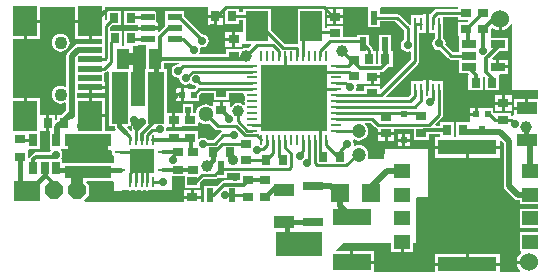
<source format=gtl>
%FSLAX25Y25*%
%MOIN*%
G70*
G01*
G75*
G04 Layer_Physical_Order=1*
G04 Layer_Color=255*
%ADD10R,0.07874X0.01969*%
%ADD11R,0.07874X0.09843*%
%ADD12R,0.03543X0.02756*%
%ADD13R,0.01969X0.02362*%
%ADD14R,0.05906X0.05906*%
%ADD15R,0.06693X0.04331*%
%ADD16R,0.03543X0.03150*%
%ADD17R,0.04331X0.06693*%
%ADD18R,0.02362X0.04528*%
%ADD19O,0.00984X0.03543*%
%ADD20O,0.03543X0.00984*%
%ADD21R,0.22441X0.22441*%
%ADD22R,0.07480X0.10236*%
%ADD23R,0.02559X0.04331*%
%ADD24R,0.04724X0.02362*%
%ADD25R,0.06693X0.03150*%
%ADD26R,0.03150X0.03543*%
%ADD27R,0.00984X0.04331*%
%ADD28R,0.08071X0.08071*%
%ADD29O,0.00787X0.03543*%
%ADD30O,0.03543X0.00787*%
%ADD31R,0.05315X0.04724*%
%ADD32R,0.19685X0.04724*%
%ADD33R,0.01969X0.01969*%
%ADD34R,0.12992X0.05512*%
%ADD35R,0.05118X0.02756*%
%ADD36R,0.05709X0.17323*%
%ADD37C,0.00984*%
%ADD38C,0.01181*%
%ADD39C,0.01969*%
%ADD40C,0.01575*%
%ADD41C,0.03937*%
%ADD42R,0.13780X0.06496*%
%ADD43R,0.15748X0.07874*%
%ADD44C,0.05118*%
%ADD45R,0.09055X0.07087*%
%ADD46C,0.04724*%
%ADD47P,0.06392X8X112.5*%
%ADD48C,0.06000*%
%ADD49C,0.04331*%
%ADD50C,0.02756*%
%ADD51C,0.01969*%
%ADD52C,0.03543*%
%ADD53C,0.03937*%
G36*
X45374Y-14075D02*
X45374D01*
Y-21752D01*
X45079D01*
Y-34154D01*
X40157D01*
Y-22555D01*
X40862D01*
Y-18709D01*
X37697D01*
Y-17709D01*
X40862D01*
Y-14075D01*
X42717D01*
Y-13780D01*
X42717D01*
X42717Y-13780D01*
X42717Y-13780D01*
X45374D01*
Y-14075D01*
D02*
G37*
G36*
X149409Y-5315D02*
X152576D01*
X152768Y-5777D01*
X152442Y-6102D01*
X149409D01*
Y-10827D01*
X149705D01*
Y-11319D01*
X149705D01*
Y-15650D01*
Y-15920D01*
X147489D01*
X145061Y-13492D01*
X145121Y-13189D01*
X144953Y-12344D01*
X144474Y-11628D01*
X144218Y-11456D01*
Y-6594D01*
X144193Y-6469D01*
Y-4257D01*
X149409D01*
Y-5315D01*
D02*
G37*
G36*
X21736Y-5307D02*
X26673D01*
Y-5807D01*
X27173D01*
Y-11728D01*
X30721D01*
Y-13484D01*
X26848D01*
X26673Y-13450D01*
X22674D01*
X22500Y-13484D01*
X21949D01*
Y-13610D01*
X21397Y-13979D01*
X19294Y-16082D01*
X18902Y-16668D01*
X18765Y-17359D01*
Y-27418D01*
X18320Y-27637D01*
X17602Y-27340D01*
X16831Y-27238D01*
X16060Y-27340D01*
X15342Y-27637D01*
X14725Y-28111D01*
X14252Y-28727D01*
X13954Y-29446D01*
X13852Y-30217D01*
X13954Y-30987D01*
X14252Y-31706D01*
X14725Y-32322D01*
X15342Y-32796D01*
X16060Y-33093D01*
X16831Y-33195D01*
X17602Y-33093D01*
X18320Y-32796D01*
X18765Y-33015D01*
Y-35249D01*
X18616Y-35348D01*
X18137Y-36065D01*
X18129Y-36108D01*
X17068Y-37168D01*
X15628D01*
Y-38319D01*
X15212Y-38597D01*
X15053Y-38531D01*
Y-36956D01*
X12978D01*
Y-39727D01*
Y-42499D01*
X13189D01*
Y-48327D01*
X13272D01*
X13508Y-48768D01*
X13118Y-49352D01*
X13092Y-49481D01*
X8563D01*
X8025Y-49588D01*
X7570Y-49892D01*
X6782Y-50680D01*
X6478Y-51136D01*
X6419Y-51431D01*
X5921Y-51382D01*
Y-48705D01*
X5921D01*
Y-48680D01*
X6275Y-48327D01*
X9843D01*
Y-43224D01*
X9957D01*
Y-42499D01*
X11978D01*
Y-39727D01*
Y-36956D01*
X9957D01*
Y-31382D01*
X5520D01*
Y-37303D01*
X4520D01*
Y-31382D01*
X1345D01*
X992Y-31028D01*
X1050Y-11728D01*
X4520D01*
Y-5807D01*
X5020D01*
Y-5307D01*
X9957D01*
Y-984D01*
X21736D01*
Y-5307D01*
D02*
G37*
G36*
X22153Y-48441D02*
X26000D01*
D01*
X26000D01*
X26067Y-48508D01*
Y-48539D01*
X29913D01*
Y-45374D01*
X30913D01*
Y-48539D01*
X33693D01*
X34010Y-48926D01*
X33914Y-49409D01*
X34022Y-49953D01*
X34330Y-50414D01*
X34752Y-50696D01*
X34750Y-53051D01*
X34547D01*
Y-53051D01*
X26280D01*
Y-53051D01*
X25886D01*
X25787Y-52953D01*
Y-52953D01*
X17520D01*
D01*
X17520D01*
X17323Y-52756D01*
Y-51870D01*
X17174D01*
X16938Y-51429D01*
X17197Y-51042D01*
X17365Y-50197D01*
X17197Y-49352D01*
X16807Y-48768D01*
X16982Y-48441D01*
X17307D01*
Y-48441D01*
X21154D01*
Y-45276D01*
X22153D01*
Y-48441D01*
D02*
G37*
G36*
X95866Y-1476D02*
X95866D01*
Y-12947D01*
X95480Y-13264D01*
X95472Y-13262D01*
X91547D01*
X86811Y-8526D01*
Y-1476D01*
X86811D01*
Y-1338D01*
X87165Y-984D01*
X95866D01*
Y-1476D01*
D02*
G37*
G36*
X32874Y-22577D02*
Y-40650D01*
X34317D01*
X34812Y-40748D01*
X34914Y-41260D01*
X34934Y-41363D01*
X35205Y-41768D01*
X34969Y-42209D01*
X31610D01*
Y-37803D01*
X26673D01*
Y-37303D01*
X26173D01*
Y-31382D01*
X22377D01*
Y-29839D01*
X26173D01*
Y-27854D01*
X26673D01*
Y-27354D01*
X31610D01*
Y-25870D01*
X31398D01*
Y-23327D01*
Y-22860D01*
X31814Y-22777D01*
X31897Y-22760D01*
X32320Y-22478D01*
X32412Y-22386D01*
X32874Y-22577D01*
D02*
G37*
G36*
X45079Y-40037D02*
X43600Y-41515D01*
X43122Y-41370D01*
X43036Y-40938D01*
X42753Y-40514D01*
X42330Y-40232D01*
X41831Y-40132D01*
X41331Y-40232D01*
X40908Y-40514D01*
X40626Y-40938D01*
X40526Y-41437D01*
Y-42209D01*
X39891D01*
X39869Y-42102D01*
X39521Y-41581D01*
X39052Y-41111D01*
X39243Y-40650D01*
X40157D01*
Y-38287D01*
X45079D01*
Y-40037D01*
D02*
G37*
G36*
X56426Y-20076D02*
X56004Y-20135D01*
X56004D01*
X55159Y-20303D01*
X54443Y-20781D01*
X53964Y-21498D01*
X53796Y-22343D01*
X53964Y-23187D01*
X54443Y-23904D01*
X55159Y-24382D01*
X56004Y-24550D01*
X56086Y-24534D01*
X56355Y-24803D01*
X56523Y-25648D01*
X57002Y-26364D01*
X57718Y-26843D01*
X58563Y-27011D01*
X59408Y-26843D01*
X59917Y-26503D01*
X60407Y-26600D01*
X60447Y-26660D01*
X61163Y-27138D01*
X61802Y-27265D01*
X61947Y-27744D01*
X61344Y-28346D01*
X59621D01*
X59621Y-28346D01*
Y-28346D01*
X59449Y-28346D01*
X59268Y-28134D01*
X59095Y-28134D01*
X59095Y-28134D01*
Y-28134D01*
X57784D01*
Y-30315D01*
Y-32496D01*
X59095D01*
X59095Y-32496D01*
Y-32496D01*
X59268Y-32496D01*
X59449Y-32283D01*
X59621Y-32283D01*
X59621Y-32283D01*
Y-32283D01*
X62992D01*
Y-30388D01*
X63631Y-29750D01*
X67815D01*
Y-32087D01*
X72933D01*
Y-29750D01*
X77764D01*
X78081Y-30136D01*
X78026Y-30413D01*
X78125Y-30913D01*
X78408Y-31336D01*
Y-31459D01*
X78125Y-31883D01*
X78026Y-32382D01*
X78125Y-32881D01*
X78341Y-33204D01*
X78142Y-33663D01*
X77771Y-33724D01*
X77374Y-33419D01*
X76704Y-33142D01*
X75984Y-33047D01*
X75265Y-33142D01*
X74594Y-33419D01*
X74019Y-33861D01*
X73619Y-34382D01*
X73146Y-34221D01*
Y-32661D01*
X70874D01*
Y-35236D01*
X69874D01*
Y-32661D01*
X67602D01*
Y-33904D01*
X67154Y-34125D01*
X66845Y-33888D01*
X66031Y-33551D01*
X65158Y-33436D01*
X64284Y-33551D01*
X63470Y-33888D01*
X62771Y-34424D01*
X62234Y-35123D01*
X61897Y-35937D01*
X61821Y-36516D01*
X61024D01*
Y-33465D01*
X57480D01*
Y-36303D01*
X57299D01*
Y-36303D01*
X55028D01*
Y-38681D01*
Y-41059D01*
X57299D01*
Y-40846D01*
X57382D01*
Y-40846D01*
X62500D01*
Y-39555D01*
X62949Y-39334D01*
X63470Y-39734D01*
X64284Y-40071D01*
X65158Y-40186D01*
X66031Y-40071D01*
X66414Y-39913D01*
X68270Y-41769D01*
X68694Y-42052D01*
X69193Y-42151D01*
X70365D01*
X70511Y-42630D01*
X70423Y-42688D01*
X70140Y-42877D01*
X67668Y-45349D01*
X65938D01*
X65833Y-45191D01*
X65117Y-44712D01*
X64272Y-44544D01*
X63427Y-44712D01*
X62941Y-45037D01*
X62500Y-44801D01*
Y-42421D01*
X57382D01*
Y-42421D01*
X57168Y-42421D01*
X57087Y-42421D01*
Y-42421D01*
X57087D01*
X57087D01*
X52378D01*
X52061Y-42035D01*
X52101Y-41831D01*
X52025Y-41446D01*
X52342Y-41059D01*
X54027D01*
Y-38681D01*
Y-36303D01*
X52362D01*
Y-21752D01*
X51279D01*
Y-19614D01*
X56235D01*
X56426Y-20076D01*
D02*
G37*
G36*
X121715Y-41178D02*
X122139Y-41461D01*
X122221Y-41478D01*
X122524Y-41538D01*
Y-42610D01*
X128067D01*
Y-41561D01*
X134547D01*
Y-45374D01*
X139665D01*
Y-43433D01*
X143209D01*
Y-44472D01*
X141520D01*
Y-47335D01*
X163205D01*
Y-45842D01*
X163667Y-45650D01*
X164532Y-46516D01*
Y-60532D01*
X164670Y-61223D01*
X165061Y-61809D01*
X168113Y-64860D01*
X168699Y-65251D01*
X169390Y-65389D01*
X169783D01*
Y-66732D01*
X175947D01*
X175950Y-67953D01*
X175596Y-68307D01*
X169783D01*
Y-74606D01*
X175960D01*
X175962Y-75827D01*
X175609Y-76181D01*
X169783D01*
Y-82480D01*
X170232D01*
X170393Y-82954D01*
X169982Y-83269D01*
X169341Y-84105D01*
X168938Y-85078D01*
X168866Y-85622D01*
X172835D01*
Y-86622D01*
X168866D01*
X168938Y-87166D01*
X169341Y-88139D01*
X169982Y-88975D01*
X170008Y-88995D01*
X169847Y-89468D01*
X163205D01*
Y-87311D01*
X141520D01*
Y-89468D01*
X121374D01*
Y-86622D01*
X113878D01*
Y-86122D01*
X113378D01*
Y-82366D01*
X108937D01*
X108745Y-81904D01*
X111122Y-79528D01*
X127051D01*
Y-82693D01*
X130209D01*
Y-79331D01*
X131209D01*
Y-82693D01*
X134366D01*
Y-79528D01*
X135138D01*
Y-64728D01*
X135495Y-64378D01*
X139370Y-64468D01*
X139272Y-48425D01*
X124803D01*
X124705Y-51673D01*
X119504Y-51631D01*
X119228Y-51214D01*
X119309Y-51019D01*
X119417Y-50197D01*
X119309Y-49375D01*
X118991Y-48608D01*
X118486Y-47951D01*
X117829Y-47446D01*
X117062Y-47128D01*
X116240Y-47020D01*
X115418Y-47128D01*
X114795Y-47386D01*
X114409Y-47069D01*
X114511Y-46555D01*
X114343Y-45710D01*
X114249Y-45569D01*
X114404Y-45368D01*
X114561Y-45176D01*
X115320Y-45490D01*
X116142Y-45598D01*
X116964Y-45490D01*
X117730Y-45172D01*
X118388Y-44668D01*
X118893Y-44010D01*
X119210Y-43244D01*
X119318Y-42421D01*
X119210Y-41599D01*
X118893Y-40833D01*
X118388Y-40175D01*
X118245Y-40066D01*
X118406Y-39592D01*
X120129D01*
X121715Y-41178D01*
D02*
G37*
G36*
X119291Y-1476D02*
X119291D01*
Y-7579D01*
X123228D01*
Y-5832D01*
X128298D01*
X131176Y-8710D01*
Y-11949D01*
X130919Y-12120D01*
X130441Y-12836D01*
X130272Y-13681D01*
X130441Y-14526D01*
X130919Y-15242D01*
X131635Y-15721D01*
X132480Y-15889D01*
X133325Y-15721D01*
X133735Y-15940D01*
Y-18456D01*
X123690Y-28500D01*
X123228Y-28309D01*
Y-27362D01*
X118110D01*
Y-29109D01*
X115645D01*
X115426Y-28699D01*
X115594Y-27854D01*
X115439Y-27075D01*
X115756Y-26689D01*
X117437D01*
Y-26689D01*
X117799D01*
X117898Y-26787D01*
Y-26787D01*
X120169D01*
Y-24213D01*
X120669D01*
Y-23713D01*
X123441D01*
Y-22763D01*
X123652D01*
X124189Y-22656D01*
X124645Y-22352D01*
X126032Y-20965D01*
X127461D01*
Y-15846D01*
X126969D01*
Y-10335D01*
X123031D01*
Y-15846D01*
X122736D01*
Y-19953D01*
X121949D01*
Y-15846D01*
X120891D01*
Y-15453D01*
X120792Y-14954D01*
X120698Y-14813D01*
X120509Y-14530D01*
X119488Y-13509D01*
Y-10335D01*
X115551D01*
Y-11097D01*
X110827D01*
Y-7382D01*
X105709D01*
Y-7947D01*
X104921D01*
Y-1476D01*
X104921D01*
Y-1338D01*
X105275Y-984D01*
X119291D01*
Y-1476D01*
D02*
G37*
G36*
X76772Y-56398D02*
X76772D01*
Y-58831D01*
X71381D01*
X70843Y-58938D01*
X70388Y-59243D01*
X68884Y-60747D01*
X68602Y-60630D01*
Y-60630D01*
X68602Y-60630D01*
X64665D01*
Y-65945D01*
X63500D01*
Y-64969D01*
X57957D01*
Y-65945D01*
X24866D01*
X24675Y-65483D01*
X26181Y-63976D01*
Y-60236D01*
X25265Y-59320D01*
X25456Y-58858D01*
X25787D01*
Y-58858D01*
X26181D01*
X26280Y-58957D01*
Y-58957D01*
X34391D01*
X34745Y-59310D01*
X34744Y-60039D01*
X34547Y-62205D01*
X39494Y-62175D01*
X39862Y-62248D01*
X40254Y-62170D01*
X41404Y-62163D01*
X41831Y-62248D01*
X42284Y-62157D01*
X43314Y-62151D01*
X43799Y-62248D01*
X44315Y-62145D01*
X45224Y-62140D01*
X45768Y-62248D01*
X46312Y-62140D01*
X46340Y-62120D01*
X53839Y-61992D01*
Y-57480D01*
X58169D01*
Y-61319D01*
X63287D01*
Y-59478D01*
X64470Y-58295D01*
X68206D01*
X68622Y-58213D01*
X68705Y-58196D01*
X69129Y-57913D01*
X69168Y-57874D01*
X72342D01*
Y-56226D01*
X76772D01*
Y-56398D01*
D02*
G37*
G36*
X77756Y-1476D02*
X77756D01*
Y-2829D01*
X76279D01*
Y-1575D01*
X71555D01*
Y-6693D01*
X76279D01*
Y-5438D01*
X77756D01*
Y-9236D01*
X77280D01*
Y-9236D01*
X75008D01*
Y-11811D01*
Y-14386D01*
X77280D01*
Y-13287D01*
X77756D01*
Y-13287D01*
X80179D01*
X80370Y-13749D01*
X79348Y-14772D01*
X79263Y-14736D01*
X78543Y-14642D01*
X77824Y-14736D01*
X77153Y-15014D01*
X77067Y-14971D01*
Y-14961D01*
X71949D01*
Y-16804D01*
X63222D01*
X62987Y-16363D01*
X63162Y-16101D01*
X63330Y-15256D01*
X63237Y-14788D01*
X63590Y-14434D01*
X63976Y-14511D01*
X64821Y-14343D01*
X65538Y-13864D01*
X66016Y-13148D01*
X66184Y-12303D01*
X66016Y-11458D01*
X65538Y-10742D01*
X64821Y-10263D01*
X63976Y-10095D01*
X63884Y-10114D01*
X58071Y-4301D01*
Y-2362D01*
X51772D01*
Y-6299D01*
Y-7235D01*
X51566Y-7373D01*
X49690Y-9248D01*
X49228Y-9057D01*
Y-8571D01*
X42504D01*
Y-8957D01*
X37992D01*
Y-13862D01*
X37205D01*
Y-8957D01*
X33330D01*
Y-7787D01*
X34030Y-7087D01*
X37106D01*
Y-1969D01*
X32382D01*
Y-5033D01*
X31966Y-5311D01*
X31610Y-5163D01*
Y-984D01*
X65831D01*
Y-1362D01*
X65831D01*
Y-3634D01*
X70980D01*
Y-1362D01*
X70980D01*
Y-1338D01*
X71334Y-984D01*
X77756D01*
Y-1476D01*
D02*
G37*
G36*
X149409Y-1648D02*
X142224D01*
X141725Y-1747D01*
X141585Y-1841D01*
X141302Y-2030D01*
X140022Y-3310D01*
X139943Y-3429D01*
X139476D01*
Y-6594D01*
Y-9760D01*
X140469D01*
Y-9547D01*
X141609D01*
Y-11456D01*
X141352Y-11628D01*
X140874Y-12344D01*
X140706Y-13189D01*
X140874Y-14034D01*
X141352Y-14750D01*
X142069Y-15229D01*
X142913Y-15397D01*
X143216Y-15337D01*
X146026Y-18147D01*
X146450Y-18430D01*
X146532Y-18446D01*
X146949Y-18529D01*
X149705D01*
Y-19390D01*
Y-23130D01*
X152550D01*
X152828Y-23546D01*
X152756Y-23720D01*
X152756D01*
X152756Y-23720D01*
Y-28839D01*
X157480D01*
Y-24192D01*
X157942Y-24001D01*
X158268Y-24327D01*
Y-28839D01*
X162992D01*
Y-23720D01*
X162992D01*
Y-23696D01*
X163346Y-23343D01*
X166059D01*
Y-21465D01*
X162500D01*
Y-20965D01*
X162000D01*
Y-18587D01*
X160802D01*
X160611Y-18125D01*
X163086Y-15650D01*
X165847D01*
Y-11319D01*
X160350D01*
Y-11319D01*
Y-11039D01*
X160350Y-10965D01*
X160350Y-10965D01*
X160350D01*
Y-8275D01*
X160799Y-8054D01*
X161270Y-8415D01*
X162243Y-8818D01*
X162787Y-8890D01*
Y-4921D01*
X163787D01*
Y-8890D01*
X164332Y-8818D01*
X165305Y-8415D01*
X166140Y-7774D01*
X166781Y-6938D01*
X166911Y-6627D01*
X167401Y-6725D01*
X167323Y-28543D01*
X175886D01*
X175890Y-31225D01*
X175537Y-31579D01*
X172646D01*
Y-34744D01*
X172146D01*
Y-35244D01*
X167799D01*
Y-37057D01*
X167413Y-37374D01*
X167346Y-37361D01*
X166929Y-37278D01*
X166929D01*
Y-36220D01*
X161811D01*
Y-36281D01*
X161349Y-36473D01*
X161024Y-36147D01*
Y-34744D01*
X157653D01*
X157653Y-34744D01*
Y-34744D01*
X157480Y-34744D01*
X157299Y-34532D01*
X157127Y-34532D01*
X157127Y-34532D01*
Y-34532D01*
X155815D01*
Y-36713D01*
X155315D01*
Y-37213D01*
X153331D01*
Y-38894D01*
X153331D01*
Y-39017D01*
X152977Y-39370D01*
X148721D01*
Y-44472D01*
X147933D01*
Y-39370D01*
X143209D01*
Y-40623D01*
X141797D01*
X141606Y-40161D01*
X143836Y-37930D01*
X144119Y-37507D01*
X144135Y-37424D01*
X144218Y-37008D01*
Y-28642D01*
X144193Y-28516D01*
Y-25689D01*
X140469D01*
Y-25476D01*
X139476D01*
Y-28642D01*
X138476D01*
Y-25476D01*
X137484D01*
Y-25689D01*
X133760D01*
Y-28516D01*
X133735Y-28642D01*
Y-30063D01*
X132720Y-31077D01*
X125456D01*
X125265Y-30615D01*
X135962Y-19918D01*
X136245Y-19495D01*
X136344Y-18996D01*
Y-9547D01*
X137484D01*
Y-9760D01*
X138476D01*
Y-6594D01*
Y-3429D01*
X137484D01*
Y-3642D01*
X133760D01*
Y-6469D01*
X133735Y-6594D01*
Y-6926D01*
X133273Y-7117D01*
X129761Y-3605D01*
X129338Y-3322D01*
X129255Y-3306D01*
X128839Y-3223D01*
X123228D01*
Y-1476D01*
X123228D01*
Y-1338D01*
X123582Y-984D01*
X149409D01*
Y-1648D01*
D02*
G37*
%LPC*%
G36*
X133185Y-43488D02*
X131701D01*
Y-44972D01*
X133185D01*
Y-43488D01*
D02*
G37*
G36*
X130701D02*
X129217D01*
Y-44972D01*
X130701D01*
Y-43488D01*
D02*
G37*
G36*
X163205Y-83449D02*
X152862D01*
Y-86311D01*
X163205D01*
Y-83449D01*
D02*
G37*
G36*
X151862D02*
X141520D01*
Y-86311D01*
X151862D01*
Y-83449D01*
D02*
G37*
G36*
X31610Y-31382D02*
X27173D01*
Y-36803D01*
X31610D01*
Y-31382D01*
D02*
G37*
G36*
X154815Y-34532D02*
X153331D01*
Y-36213D01*
X154815D01*
Y-34532D01*
D02*
G37*
G36*
X163870Y-33571D02*
X161598D01*
Y-35646D01*
X163870D01*
Y-33571D01*
D02*
G37*
G36*
X121374Y-82366D02*
X114378D01*
Y-85622D01*
X121374D01*
Y-82366D01*
D02*
G37*
G36*
X151862Y-48335D02*
X141520D01*
Y-51197D01*
X151862D01*
Y-48335D01*
D02*
G37*
G36*
X133185Y-45972D02*
X131701D01*
Y-47457D01*
X133185D01*
Y-45972D01*
D02*
G37*
G36*
X163205Y-48335D02*
X152862D01*
Y-51197D01*
X163205D01*
Y-48335D01*
D02*
G37*
G36*
X130701Y-45972D02*
X129217D01*
Y-47457D01*
X130701D01*
Y-45972D01*
D02*
G37*
G36*
X128067Y-43610D02*
X125795D01*
Y-45685D01*
X128067D01*
Y-43610D01*
D02*
G37*
G36*
X60228Y-61894D02*
X57957D01*
Y-63968D01*
X60228D01*
Y-61894D01*
D02*
G37*
G36*
X124795Y-43610D02*
X122524D01*
Y-45685D01*
X124795D01*
Y-43610D01*
D02*
G37*
G36*
X63500Y-61894D02*
X61228D01*
Y-63968D01*
X63500D01*
Y-61894D01*
D02*
G37*
G36*
X42618Y-1969D02*
X37894D01*
Y-7087D01*
X42504D01*
Y-7571D01*
X49228D01*
Y-5890D01*
X49016D01*
Y-2362D01*
X42717D01*
D01*
X42717D01*
X42618Y-2264D01*
Y-1969D01*
D02*
G37*
G36*
X67905Y-4634D02*
X65831D01*
Y-6905D01*
X67905D01*
Y-4634D01*
D02*
G37*
G36*
X74008Y-9236D02*
X71736D01*
Y-11311D01*
X74008D01*
Y-9236D01*
D02*
G37*
G36*
X9957Y-6307D02*
X5520D01*
Y-11728D01*
X9957D01*
Y-6307D01*
D02*
G37*
G36*
X26173D02*
X21736D01*
Y-11728D01*
X26173D01*
Y-6307D01*
D02*
G37*
G36*
X107768Y-1657D02*
X105496D01*
Y-3732D01*
X107768D01*
Y-1657D01*
D02*
G37*
G36*
X111039D02*
X108768D01*
Y-3732D01*
X111039D01*
Y-1657D01*
D02*
G37*
G36*
Y-4732D02*
X108768D01*
Y-6807D01*
X111039D01*
Y-4732D01*
D02*
G37*
G36*
X70980Y-4634D02*
X68906D01*
Y-6905D01*
X70980D01*
Y-4634D01*
D02*
G37*
G36*
X107768Y-4732D02*
X105496D01*
Y-6807D01*
X107768D01*
Y-4732D01*
D02*
G37*
G36*
X74008Y-12311D02*
X71736D01*
Y-14386D01*
X74008D01*
Y-12311D01*
D02*
G37*
G36*
X167142Y-30496D02*
X164870D01*
Y-32571D01*
X167142D01*
Y-30496D01*
D02*
G37*
G36*
X56783Y-30815D02*
X55299D01*
Y-32496D01*
X56783D01*
Y-30815D01*
D02*
G37*
G36*
X163870Y-30496D02*
X161598D01*
Y-32571D01*
X163870D01*
Y-30496D01*
D02*
G37*
G36*
X167142Y-33571D02*
X164870D01*
Y-35646D01*
X167142D01*
Y-33571D01*
D02*
G37*
G36*
X171646Y-31579D02*
X167799D01*
Y-34244D01*
X171646D01*
Y-31579D01*
D02*
G37*
G36*
X166059Y-18587D02*
X163000D01*
Y-20465D01*
X166059D01*
Y-18587D01*
D02*
G37*
G36*
X16831Y-9916D02*
X16060Y-10017D01*
X15342Y-10315D01*
X14725Y-10788D01*
X14252Y-11405D01*
X13954Y-12123D01*
X13852Y-12894D01*
X13954Y-13665D01*
X14252Y-14383D01*
X14725Y-15000D01*
X15342Y-15473D01*
X16060Y-15770D01*
X16831Y-15872D01*
X17602Y-15770D01*
X18320Y-15473D01*
X18937Y-15000D01*
X19410Y-14383D01*
X19707Y-13665D01*
X19809Y-12894D01*
X19707Y-12123D01*
X19410Y-11405D01*
X18937Y-10788D01*
X18320Y-10315D01*
X17602Y-10017D01*
X16831Y-9916D01*
D02*
G37*
G36*
X123441Y-24713D02*
X121169D01*
Y-26787D01*
X123441D01*
Y-24713D01*
D02*
G37*
G36*
X31610Y-28354D02*
X27173D01*
Y-29839D01*
X31610D01*
Y-28354D01*
D02*
G37*
G36*
X56783Y-28134D02*
X55299D01*
Y-29815D01*
X56783D01*
Y-28134D01*
D02*
G37*
%LPD*%
D10*
X26673Y-15256D02*
D03*
Y-27854D02*
D03*
Y-18406D02*
D03*
Y-24705D02*
D03*
Y-21555D02*
D03*
D11*
X5020Y-37303D02*
D03*
X26673Y-5807D02*
D03*
Y-37303D02*
D03*
X5020Y-5807D02*
D03*
D12*
X54527Y-38681D02*
D03*
Y-44587D02*
D03*
X55807Y-55315D02*
D03*
Y-49409D02*
D03*
X59941Y-44587D02*
D03*
Y-38681D02*
D03*
X60925Y-49409D02*
D03*
Y-55315D02*
D03*
X3150Y-51083D02*
D03*
Y-45177D02*
D03*
D13*
X61221Y-30315D02*
D03*
X57284D02*
D03*
X59252Y-35433D02*
D03*
X159252Y-36713D02*
D03*
X155315D02*
D03*
X157283Y-41831D02*
D03*
D14*
X109941Y-62992D02*
D03*
X120374D02*
D03*
D15*
X172146Y-34744D02*
D03*
Y-45374D02*
D03*
X21654Y-45276D02*
D03*
Y-55905D02*
D03*
X30413Y-45374D02*
D03*
Y-56004D02*
D03*
X91437Y-62008D02*
D03*
Y-72638D02*
D03*
D16*
X60728Y-64468D02*
D03*
Y-58957D02*
D03*
X79331Y-58760D02*
D03*
Y-64272D02*
D03*
X84842Y-58760D02*
D03*
Y-64272D02*
D03*
X78543Y-46555D02*
D03*
Y-52067D02*
D03*
X114665Y-24114D02*
D03*
Y-18602D02*
D03*
X120669Y-24213D02*
D03*
Y-29724D02*
D03*
X108268Y-9744D02*
D03*
Y-4232D02*
D03*
X125295Y-43110D02*
D03*
Y-37598D02*
D03*
X137106Y-43012D02*
D03*
Y-37500D02*
D03*
X157579Y-8465D02*
D03*
Y-2953D02*
D03*
X151969Y-2953D02*
D03*
Y-8465D02*
D03*
X74508Y-17323D02*
D03*
Y-11811D02*
D03*
X70374Y-35236D02*
D03*
Y-29724D02*
D03*
X164370Y-38583D02*
D03*
Y-33071D02*
D03*
D17*
X37697Y-18209D02*
D03*
X48327D02*
D03*
D18*
X66634Y-63681D02*
D03*
X74114D02*
D03*
X70374Y-54823D02*
D03*
X121260Y-4528D02*
D03*
X125000Y-13386D02*
D03*
X117520D02*
D03*
D19*
X105413Y-17421D02*
D03*
X103445D02*
D03*
X101476D02*
D03*
X99508D02*
D03*
X97539D02*
D03*
X95571D02*
D03*
X93602D02*
D03*
X91634D02*
D03*
X89665D02*
D03*
X87697D02*
D03*
X85728D02*
D03*
X83760D02*
D03*
Y-45374D02*
D03*
X85728D02*
D03*
X87697D02*
D03*
X89665D02*
D03*
X91634D02*
D03*
X93602D02*
D03*
X95571D02*
D03*
X97539D02*
D03*
X99508D02*
D03*
X101476D02*
D03*
X103445D02*
D03*
X105413D02*
D03*
D20*
X80610Y-20571D02*
D03*
Y-22539D02*
D03*
Y-24508D02*
D03*
Y-26476D02*
D03*
Y-28445D02*
D03*
Y-30413D02*
D03*
Y-32382D02*
D03*
Y-34350D02*
D03*
Y-36319D02*
D03*
Y-38287D02*
D03*
Y-40256D02*
D03*
Y-42224D02*
D03*
X108563D02*
D03*
Y-40256D02*
D03*
Y-38287D02*
D03*
Y-36319D02*
D03*
Y-34350D02*
D03*
Y-32382D02*
D03*
Y-30413D02*
D03*
Y-28445D02*
D03*
Y-26476D02*
D03*
Y-24508D02*
D03*
Y-22539D02*
D03*
Y-20571D02*
D03*
D21*
X94587Y-31398D02*
D03*
D22*
X100394Y-7382D02*
D03*
X82284D02*
D03*
D23*
X7776Y-45374D02*
D03*
X15256D02*
D03*
Y-54823D02*
D03*
X11516D02*
D03*
X7776D02*
D03*
D24*
X45866Y-4331D02*
D03*
Y-8071D02*
D03*
Y-11811D02*
D03*
X54921D02*
D03*
Y-8071D02*
D03*
Y-4331D02*
D03*
D25*
X100787Y-72835D02*
D03*
Y-60630D02*
D03*
D26*
X125098Y-18406D02*
D03*
X119587D02*
D03*
X34843Y-11516D02*
D03*
X40354D02*
D03*
X104429Y-50984D02*
D03*
X109941D02*
D03*
X68405Y-4134D02*
D03*
X73917D02*
D03*
X12478Y-39727D02*
D03*
X17990D02*
D03*
X40256Y-4528D02*
D03*
X34744D02*
D03*
X67618Y-49508D02*
D03*
X73130D02*
D03*
X151083Y-41929D02*
D03*
X145571D02*
D03*
X160630Y-26280D02*
D03*
X155118D02*
D03*
X90847Y-52067D02*
D03*
X85335D02*
D03*
D27*
X142913Y-6594D02*
D03*
X140945D02*
D03*
X138976D02*
D03*
X137008D02*
D03*
X135039D02*
D03*
Y-28642D02*
D03*
X137008D02*
D03*
X138976D02*
D03*
X140945D02*
D03*
X142913D02*
D03*
D28*
X43799Y-52362D02*
D03*
D29*
X39862Y-45276D02*
D03*
X41831D02*
D03*
X43799D02*
D03*
X45768D02*
D03*
X47736D02*
D03*
Y-59449D02*
D03*
X45768D02*
D03*
X43799D02*
D03*
X41831D02*
D03*
X39862D02*
D03*
D30*
X50886Y-49409D02*
D03*
Y-55315D02*
D03*
X36713D02*
D03*
Y-49409D02*
D03*
D31*
X130709Y-79331D02*
D03*
Y-71457D02*
D03*
Y-63583D02*
D03*
Y-55709D02*
D03*
X173228D02*
D03*
Y-63583D02*
D03*
Y-71457D02*
D03*
Y-79331D02*
D03*
D32*
X152362Y-47835D02*
D03*
Y-86811D02*
D03*
D33*
X131201Y-45472D02*
D03*
Y-36811D02*
D03*
D34*
X113878Y-71161D02*
D03*
Y-86122D02*
D03*
D35*
X153051Y-13484D02*
D03*
Y-17224D02*
D03*
Y-20965D02*
D03*
X162500D02*
D03*
Y-13484D02*
D03*
D36*
X36516Y-31201D02*
D03*
X48720D02*
D03*
D37*
X71063Y-43799D02*
X74606D01*
X68209Y-46654D02*
X71063Y-43799D01*
X64370Y-46654D02*
X68209D01*
X64272Y-46752D02*
X64370Y-46654D01*
X69193Y-40846D02*
X75369D01*
X78321Y-43799D02*
X82185D01*
X75369Y-40846D02*
X78321Y-43799D01*
X65158Y-36811D02*
X69193Y-40846D01*
X62008Y-25098D02*
X63386Y-26476D01*
X80610D01*
X63090Y-28445D02*
X80610D01*
X61221Y-30315D02*
X63090Y-28445D01*
X87754Y-13681D02*
X89665Y-15592D01*
X78543Y-17421D02*
X82284Y-13681D01*
X87754D01*
X89665Y-17421D02*
Y-15592D01*
X107633Y-4232D02*
X108268D01*
X104582Y-1181D02*
X107633Y-4232D01*
X71992Y-1181D02*
X104582D01*
X69040Y-4134D02*
X71992Y-1181D01*
X68405Y-4134D02*
X69040D01*
X80020Y-9646D02*
X82284Y-7382D01*
Y-8268D02*
X84707D01*
X91007Y-14567D01*
X112697Y-20571D02*
X114665Y-18602D01*
X114665D01*
X113681D02*
X114665D01*
X110630Y-15551D02*
X113681Y-18602D01*
X106595Y-12402D02*
X116535D01*
X117520Y-13386D01*
X103445Y-15551D02*
X106595Y-12402D01*
X108563Y-32382D02*
X133261D01*
X135039Y-30603D02*
Y-28642D01*
X133261Y-32382D02*
X135039Y-30603D01*
X137008Y-32185D02*
Y-28642D01*
X108563Y-34350D02*
X134843D01*
X137008Y-32185D01*
X120669Y-38287D02*
X122638Y-40256D01*
X108563Y-38287D02*
X120669D01*
X3150Y-45177D02*
X3347Y-45374D01*
X7776D01*
X75984Y-39137D02*
X79072Y-42224D01*
X75984Y-39137D02*
Y-35827D01*
X79072Y-42224D02*
X80610D01*
X87697Y-49705D02*
Y-45374D01*
X82139Y-48290D02*
X84351D01*
X85728Y-46912D01*
Y-45374D01*
X82185Y-43799D02*
X83760Y-45374D01*
X164370Y-38583D02*
X166929D01*
X168209Y-39862D01*
X161614Y-38583D02*
X164370D01*
X159744Y-36713D02*
X161614Y-38583D01*
X159252Y-36713D02*
X159744D01*
X91007Y-14567D02*
X95472D01*
X95571Y-14665D01*
Y-17421D02*
Y-14665D01*
X132480Y-13681D02*
Y-8169D01*
X128839Y-4528D02*
X132480Y-8169D01*
X121260Y-4528D02*
X128839D01*
X146949Y-17224D02*
X152559D01*
X142913Y-13189D02*
X146949Y-17224D01*
X142913Y-13189D02*
Y-6594D01*
X142224Y-2953D02*
X151969D01*
X140945Y-4232D02*
X142224Y-2953D01*
X140945Y-6594D02*
Y-4232D01*
X70473Y-54921D02*
X90748D01*
X70374Y-54823D02*
X70473Y-54921D01*
X50886Y-59449D02*
X51083Y-59252D01*
X47736Y-59449D02*
X50886D01*
X45768Y-54724D02*
X45965Y-54528D01*
X45768Y-59449D02*
Y-54724D01*
X43799Y-52756D02*
X45079Y-54035D01*
X41831Y-54331D02*
X43799Y-52362D01*
Y-52756D02*
Y-52362D01*
Y-56496D02*
Y-52756D01*
Y-52362D02*
X43799Y-52362D01*
X43799Y-56496D02*
X43799Y-56496D01*
Y-59449D02*
Y-56496D01*
X41831Y-59449D02*
Y-54331D01*
X39862Y-56299D02*
X41634Y-54528D01*
X39862Y-59449D02*
Y-56299D01*
X36713Y-49409D02*
X40846D01*
X41634Y-50197D01*
X41831Y-45276D02*
Y-41437D01*
X38386Y-42717D02*
X39862Y-44193D01*
Y-45276D02*
Y-44193D01*
X49696Y-42028D02*
X49893Y-41831D01*
X47441Y-42028D02*
X49696D01*
X45768Y-43701D02*
X47441Y-42028D01*
X45768Y-45276D02*
Y-43701D01*
X117520Y-13386D02*
X119587Y-15453D01*
Y-18406D02*
Y-15453D01*
X135039Y-18996D02*
Y-6594D01*
X123622Y-30413D02*
X135039Y-18996D01*
X99902Y-9252D02*
X108268D01*
X97539Y-11614D02*
X99902Y-9252D01*
X73917Y-4134D02*
X79921D01*
X108563Y-30413D02*
X123622D01*
X103445Y-17421D02*
Y-15551D01*
X97539Y-17421D02*
Y-11614D01*
X139665Y-40256D02*
X142913Y-37008D01*
X122638Y-40256D02*
X139665D01*
X109941Y-48917D02*
X112303Y-46555D01*
X109941Y-50984D02*
Y-48917D01*
X71457Y-63779D02*
X71555Y-63681D01*
X74114D01*
X56004Y-22343D02*
X57776Y-20571D01*
X80610D01*
X58563Y-24803D02*
X60827Y-22539D01*
X80610D01*
X26673Y-37303D02*
Y-27854D01*
X47785Y-37978D02*
Y-37549D01*
X138091Y-17520D02*
X138976Y-18406D01*
Y-28642D02*
Y-18406D01*
X105413Y-47091D02*
X109307Y-50984D01*
X109941D01*
X105413Y-47091D02*
Y-45374D01*
X101476Y-52909D02*
Y-45374D01*
X116240Y-49563D02*
Y-48917D01*
X111964Y-53839D02*
X116240Y-49563D01*
X102406Y-53839D02*
X111964D01*
X101476Y-52909D02*
X102406Y-53839D01*
X138091Y-17520D02*
X138976Y-16634D01*
Y-6594D01*
X135039D02*
X137008D01*
X140945Y-32087D02*
Y-28642D01*
X142913Y-37008D02*
Y-28642D01*
X108563Y-26476D02*
X111872D01*
X112500Y-26969D02*
X113386Y-27854D01*
X112364Y-26969D02*
X112500D01*
X111872Y-26476D02*
X112364Y-26969D01*
X108563Y-22539D02*
X113091D01*
X114665Y-24114D01*
X108563Y-20571D02*
X112697D01*
X97539Y-28445D02*
X98917Y-27067D01*
X94587Y-31398D02*
X97539Y-28445D01*
X108563D01*
X103445Y-51673D02*
Y-45374D01*
Y-51673D02*
X103543Y-51772D01*
X108563Y-42224D02*
X115945D01*
X116142Y-42421D01*
X103445Y-45374D02*
Y-40256D01*
Y-22539D02*
X108563D01*
X98917Y-27067D02*
X103248Y-22736D01*
X103445Y-22539D01*
X91634Y-28445D02*
X94587Y-31398D01*
X91634Y-28445D02*
Y-17421D01*
X80610Y-40256D02*
X85728D01*
X85925Y-40059D01*
X90256Y-35728D01*
X94587Y-31398D01*
X74114Y-63681D02*
X78445D01*
X26673Y-18406D02*
X31485D01*
X32026Y-17865D01*
Y-7246D01*
X31398Y-21555D02*
X33600Y-19353D01*
X26673Y-21555D02*
X31398D01*
X82284Y-8268D02*
Y-7382D01*
X108563Y-36319D02*
X135925D01*
X137106Y-37500D01*
X97539Y-49114D02*
Y-45374D01*
X96560Y-50593D02*
Y-50094D01*
X97539Y-49114D01*
X99508Y-52378D02*
Y-45374D01*
X98974Y-52911D02*
X99508Y-52378D01*
X56256Y-4331D02*
X63976Y-12051D01*
Y-12303D02*
Y-12051D01*
X54921Y-4331D02*
X56256D01*
X53347Y-4035D02*
X54921D01*
X40453Y-4331D02*
X45866D01*
X40256Y-4528D02*
X40453Y-4331D01*
X40650Y-11811D02*
X45866D01*
X40354Y-11516D02*
X40650Y-11811D01*
X32026Y-7246D02*
X34744Y-4528D01*
X33600Y-12758D02*
X34843Y-11516D01*
X33600Y-19353D02*
Y-12758D01*
X57677Y-11811D02*
X61122Y-15256D01*
X54921Y-11811D02*
X55216D01*
X57677D01*
X53347Y-11516D02*
X54921D01*
X55216Y-11811D01*
X91634Y-47977D02*
X93504Y-49847D01*
Y-54287D02*
Y-49847D01*
X92870Y-54921D02*
X93504Y-54287D01*
X90748Y-54921D02*
X92870D01*
X91634Y-47977D02*
Y-45374D01*
X89665Y-50886D02*
X90847Y-52067D01*
X89665Y-50886D02*
Y-45374D01*
X85335Y-52067D02*
X87697Y-49705D01*
X78543Y-52067D02*
X78543Y-52067D01*
X85335D01*
X63930Y-56991D02*
X68206D01*
X70374Y-54823D01*
X61964Y-58957D02*
X63930Y-56991D01*
X60728Y-58957D02*
X61964D01*
X70571Y-46555D02*
X78543D01*
X67815Y-49311D02*
X70571Y-46555D01*
X67815Y-49508D02*
Y-49311D01*
D38*
X70374Y-35236D02*
X72933Y-37795D01*
Y-38386D02*
Y-37795D01*
X49803Y-18209D02*
X78248D01*
X14469Y-50886D02*
X15157Y-50197D01*
X8563Y-50886D02*
X14469D01*
X60138Y-55315D02*
X60138Y-55315D01*
X50886Y-55315D02*
X60138D01*
X11516Y-56890D02*
X14567Y-59941D01*
Y-62106D02*
Y-59941D01*
X7776Y-51673D02*
X8563Y-50886D01*
X7776Y-54823D02*
Y-51673D01*
X152559Y-13484D02*
Y-7972D01*
X157579Y-2953D01*
X152559Y-20965D02*
X155118Y-23524D01*
Y-26280D02*
Y-23524D01*
X77854Y-60236D02*
X79331Y-58760D01*
X71381Y-60236D02*
X77854D01*
X67936Y-63681D02*
X71381Y-60236D01*
X66634Y-63681D02*
X67936D01*
X43799Y-45276D02*
Y-43303D01*
X47785Y-39317D02*
Y-37978D01*
X43799Y-43303D02*
X47785Y-39317D01*
X124990Y-18297D02*
X125000Y-18287D01*
X116637Y-21358D02*
X123652D01*
X125098Y-19912D02*
Y-18406D01*
X123652Y-21358D02*
X125098Y-19912D01*
X114665Y-19387D02*
X116637Y-21358D01*
X114665Y-19387D02*
Y-18602D01*
X137106Y-43012D02*
X138091Y-42028D01*
X145177D01*
X79331Y-58760D02*
X84842D01*
X160630Y-26280D02*
Y-24702D01*
X158760Y-22832D02*
Y-17989D01*
X162500Y-14249D01*
Y-13484D02*
X162992D01*
X158760Y-22832D02*
X160630Y-24702D01*
X162500Y-14249D02*
Y-13484D01*
X50886Y-49409D02*
X55807D01*
X60138Y-49409D02*
Y-45866D01*
X59547Y-45276D02*
X60138Y-45866D01*
X47736Y-45276D02*
X59547D01*
X53647Y-52362D02*
X54137Y-51873D01*
Y-51080D01*
X55807Y-49409D01*
X55807Y-49409D01*
X59252Y-38386D02*
Y-35433D01*
X58957Y-38681D02*
X59252Y-38386D01*
X49803Y-11122D02*
X52559Y-8366D01*
X54921D01*
X49803Y-18209D02*
Y-11122D01*
X45866Y-8071D02*
X49508D01*
X50689Y-6890D01*
X49409Y-5610D02*
X50689Y-6890D01*
X49409Y-5610D02*
Y-2660D01*
X48324Y-1575D02*
X49409Y-2660D01*
X32680Y-1575D02*
X48324D01*
X28448Y-5807D02*
X32680Y-1575D01*
X26673Y-5807D02*
X28448D01*
X157579Y-15551D02*
Y-8465D01*
X161122Y-4921D01*
D39*
X15628Y-41164D02*
X19882Y-36909D01*
X20177D01*
X15628Y-45002D02*
Y-41164D01*
X15256Y-45374D02*
X15628Y-45002D01*
X166339Y-60532D02*
Y-45768D01*
X163189Y-42618D02*
X166339Y-45768D01*
X151279Y-42618D02*
X163189D01*
X118996Y-62402D02*
X125689Y-55709D01*
X20177Y-36909D02*
X20571Y-36516D01*
Y-17359D01*
X166339Y-60532D02*
X169390Y-63583D01*
X173228D01*
X172047Y-45866D02*
X173228Y-47047D01*
Y-55709D02*
Y-47047D01*
X125689Y-55709D02*
X130709D01*
X100787Y-60630D02*
X106791D01*
X108563Y-62402D01*
X22674Y-15256D02*
X26673D01*
X20571Y-17359D02*
X22674Y-15256D01*
X109941Y-67224D02*
Y-62992D01*
Y-67224D02*
X113878Y-71161D01*
X108563Y-62992D02*
Y-62402D01*
D40*
X73425Y-50984D02*
Y-48819D01*
X74114Y-52362D02*
Y-51673D01*
X172047Y-45866D02*
Y-41043D01*
X16142Y-55413D02*
X29823D01*
X30413Y-56004D02*
X31102Y-55315D01*
X36713D01*
X125000Y-18287D02*
Y-13386D01*
X87795Y-61319D02*
X90748D01*
X84842Y-64272D02*
X87795Y-61319D01*
X29823Y-55413D02*
X30413Y-56004D01*
X48720Y-18602D02*
X49803Y-18209D01*
X48720Y-31201D02*
Y-18602D01*
X92224Y-75886D02*
X96260Y-79921D01*
X92224Y-75886D02*
Y-72835D01*
X100787D01*
X96260Y-79921D02*
X96457Y-79724D01*
X36417Y-40748D02*
Y-30906D01*
Y-40748D02*
X38386Y-42717D01*
X73425Y-50984D02*
X74114Y-51673D01*
X74311Y-51870D01*
X65751Y-53940D02*
X67618Y-52073D01*
X3150Y-59744D02*
Y-51083D01*
X8957Y-59744D02*
X11516Y-57185D01*
X3150Y-59744D02*
X8957D01*
X11516Y-57185D02*
Y-56890D01*
Y-54823D01*
X67618Y-52073D02*
Y-49508D01*
D41*
X22736Y-45374D02*
X30413D01*
X22441Y-56299D02*
X22736Y-56004D01*
X22441Y-62106D02*
Y-56299D01*
X22736Y-56004D02*
X30413D01*
X37697Y-18209D02*
X42531D01*
D42*
X25984Y-46555D02*
D03*
D43*
X96260Y-79921D02*
D03*
D44*
X65158Y-36811D02*
D03*
D45*
X5709Y-62303D02*
D03*
D46*
X116240Y-50197D02*
D03*
X116142Y-42421D02*
D03*
D47*
X14567Y-62106D02*
D03*
X22441D02*
D03*
D48*
X163287Y-4921D02*
D03*
X172835Y-86122D02*
D03*
D49*
X16831Y-12894D02*
D03*
Y-30217D02*
D03*
D50*
X103248Y-22736D02*
D03*
Y-27067D02*
D03*
Y-31398D02*
D03*
Y-35728D02*
D03*
Y-40059D02*
D03*
X98917Y-22736D02*
D03*
Y-27067D02*
D03*
Y-31398D02*
D03*
Y-35728D02*
D03*
Y-40059D02*
D03*
X94587Y-22736D02*
D03*
Y-27067D02*
D03*
Y-31398D02*
D03*
Y-35728D02*
D03*
Y-40059D02*
D03*
X90256Y-22736D02*
D03*
Y-27067D02*
D03*
Y-31398D02*
D03*
Y-35728D02*
D03*
Y-40059D02*
D03*
X85925Y-22736D02*
D03*
Y-27067D02*
D03*
Y-31398D02*
D03*
Y-35728D02*
D03*
Y-40059D02*
D03*
X82336Y-48684D02*
D03*
X72933Y-38386D02*
D03*
X64272Y-46752D02*
D03*
X168209Y-39862D02*
D03*
X91339Y-5217D02*
D03*
X91831Y-11909D02*
D03*
X142913Y-13189D02*
D03*
X132480Y-13681D02*
D03*
X11417Y-44488D02*
D03*
X41339Y-38583D02*
D03*
X75000Y-57677D02*
D03*
X69980Y-13976D02*
D03*
X42815Y-18307D02*
D03*
X29134Y-40650D02*
D03*
X23524D02*
D03*
X43898Y-39272D02*
D03*
X51083Y-59252D02*
D03*
X49893Y-41831D02*
D03*
X64272Y-3543D02*
D03*
X125098Y-24213D02*
D03*
X17323Y-18799D02*
D03*
X9055Y-20866D02*
D03*
X12106Y-30315D02*
D03*
X16929Y-25492D02*
D03*
X20571Y-50886D02*
D03*
X25886Y-50984D02*
D03*
X31102D02*
D03*
X54528Y-30709D02*
D03*
X74606Y-43799D02*
D03*
X112303Y-46555D02*
D03*
X71457Y-63779D02*
D03*
X56004Y-22343D02*
D03*
X58563Y-24803D02*
D03*
X62008Y-25098D02*
D03*
X20177Y-36909D02*
D03*
X15157Y-50197D02*
D03*
X157579Y-15551D02*
D03*
X138091Y-17520D02*
D03*
X139829Y-32776D02*
D03*
X125787Y-8268D02*
D03*
X42224Y-41043D02*
D03*
X146752Y-8268D02*
D03*
X144980Y-20866D02*
D03*
X173917Y-30118D02*
D03*
X165059Y-87598D02*
D03*
X136319D02*
D03*
X130315Y-87402D02*
D03*
X157677Y-31398D02*
D03*
X123228Y-49803D02*
D03*
X2756Y-26969D02*
D03*
X67323Y-8169D02*
D03*
X124803Y-87402D02*
D03*
X113386Y-27854D02*
D03*
X2756Y-20915D02*
D03*
Y-14862D02*
D03*
X11614Y-2559D02*
D03*
X17126Y-2461D02*
D03*
X42421Y-27657D02*
D03*
X42323Y-31299D02*
D03*
X54429Y-27657D02*
D03*
X94488Y-11516D02*
D03*
Y-5118D02*
D03*
X88386D02*
D03*
X112894Y-8858D02*
D03*
X151378Y-33760D02*
D03*
X145768Y-33661D02*
D03*
X145669Y-27559D02*
D03*
X151279Y-27461D02*
D03*
X121063Y-46063D02*
D03*
X54137Y-51873D02*
D03*
X131004Y-17717D02*
D03*
X96560Y-50593D02*
D03*
X63976Y-12303D02*
D03*
X98974Y-52911D02*
D03*
X61122Y-15256D02*
D03*
D51*
X45965Y-54528D02*
D03*
X41634D02*
D03*
X45965Y-50197D02*
D03*
X41634D02*
D03*
D52*
X74311Y-51870D02*
D03*
D53*
X65751Y-53940D02*
D03*
X110630Y-15551D02*
D03*
X75984Y-35827D02*
D03*
X78543Y-17421D02*
D03*
X172047Y-41043D02*
D03*
M02*

</source>
